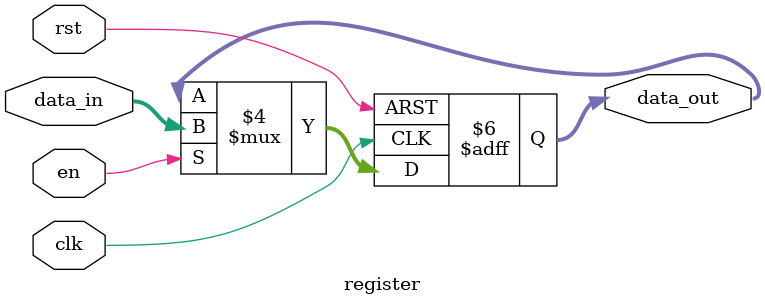
<source format=v>
`timescale 1ns / 1ps


module register #(parameter SIZE=8)(
input wire clk, rst,
input wire en,
input wire [SIZE-1:0] data_in,
output reg [SIZE-1:0] data_out
    );
    
always @(posedge clk or posedge rst)
if (rst==1'b1) data_out <= {SIZE{1'b0}};
else if (en == 1'b1) data_out <= data_in;
 
endmodule

</source>
